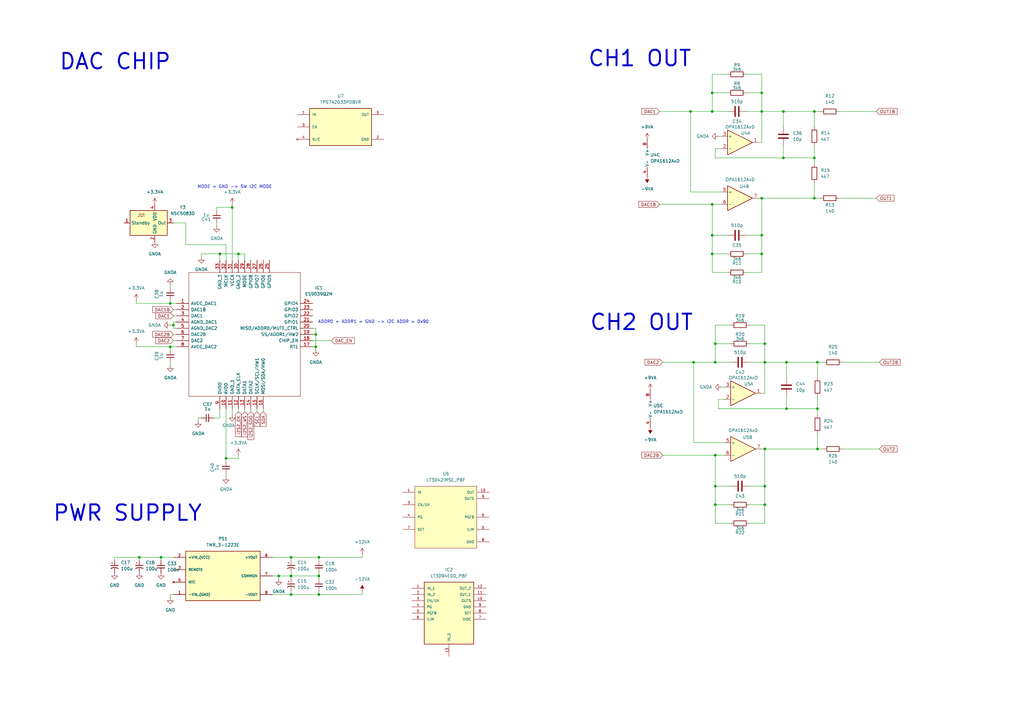
<source format=kicad_sch>
(kicad_sch (version 20250114) (generator "eeschema") (generator_version "9.0")
  (paper "A3")
  (lib_symbols
    (symbol "Amplifier_Operational:OPA1612AxD" (pin_names (offset 0.127))
      (property "Reference" "U" (at 0 5.08 0))
      (property "Value" "OPA1612AxD" (at 0 -5.08 0))
      (symbol "OPA1612AxD_1_1"
        (polyline (pts (xy -5.08 5.08) (xy 5.08 0) (xy -5.08 -5.08) (xy -5.08 5.08)) (stroke (width 0.254)) (fill (type background)))
        (pin input line (at -7.62 2.54 0) (length 2.54) (name "+") (number "3"))
        (pin input line (at -7.62 -2.54 0) (length 2.54) (name "-") (number "2"))
        (pin output line (at 7.62 0 180) (length 2.54) (name "~") (number "1"))
      )
      (symbol "OPA1612AxD_2_1"
        (polyline (pts (xy -5.08 5.08) (xy 5.08 0) (xy -5.08 -5.08) (xy -5.08 5.08)) (stroke (width 0.254)) (fill (type background)))
        (pin input line (at -7.62 2.54 0) (length 2.54) (name "+") (number "5"))
        (pin input line (at -7.62 -2.54 0) (length 2.54) (name "-") (number "6"))
        (pin output line (at 7.62 0 180) (length 2.54) (name "~") (number "7"))
      )
      (symbol "OPA1612AxD_3_1"
        (pin power_in line (at -2.54 7.62 270) (length 3.81) (name "V+") (number "8"))
        (pin power_in line (at -2.54 -7.62 90) (length 3.81) (name "V-") (number "4"))
      )
    )
    (symbol "Device:C" (pin_numbers (hide yes)) (pin_names (offset 0.254))
      (property "Reference" "C" (at 0.635 2.54 0))
      (property "Value" "C" (at 0.635 -2.54 0))
      (symbol "C_0_1"
        (polyline (pts (xy -2.032 0.762) (xy 2.032 0.762)) (stroke (width 0.508)))
        (polyline (pts (xy -2.032 -0.762) (xy 2.032 -0.762)) (stroke (width 0.508)))
      )
      (symbol "C_1_1"
        (pin passive line (at 0 3.81 270) (length 2.794) (name "~") (number "1"))
        (pin passive line (at 0 -3.81 90) (length 2.794) (name "~") (number "2"))
      )
    )
    (symbol "Device:C_Polarized_Small_US" (pin_numbers (hide yes)) (pin_names (offset 0.254) (hide yes))
      (property "Reference" "C" (at 0.254 1.778 0))
      (property "Value" "C_Polarized_Small_US" (at 0.254 -2.032 0))
      (symbol "C_Polarized_Small_US_0_1"
        (polyline (pts (xy -1.524 0.508) (xy 1.524 0.508)) (stroke (width 0.3048)))
        (polyline (pts (xy -1.27 1.524) (xy -0.762 1.524)))
        (polyline (pts (xy -1.016 1.27) (xy -1.016 1.778)))
        (arc (start -1.524 -0.762) (mid 0 -0.3734) (end 1.524 -0.762) (stroke (width 0.3048)))
      )
      (symbol "C_Polarized_Small_US_1_1"
        (pin passive line (at 0 2.54 270) (length 2.032) (name "~") (number "1"))
        (pin passive line (at 0 -2.54 90) (length 2.032) (name "~") (number "2"))
      )
    )
    (symbol "Device:C_Small" (pin_numbers (hide yes)) (pin_names (offset 0.254) (hide yes))
      (property "Reference" "C" (at 0.254 1.778 0))
      (property "Value" "C_Small" (at 0.254 -2.032 0))
      (symbol "C_Small_0_1"
        (polyline (pts (xy -1.524 0.508) (xy 1.524 0.508)) (stroke (width 0.3048)))
        (polyline (pts (xy -1.524 -0.508) (xy 1.524 -0.508)) (stroke (width 0.3302)))
      )
      (symbol "C_Small_1_1"
        (pin passive line (at 0 2.54 270) (length 2.032) (name "~") (number "1"))
        (pin passive line (at 0 -2.54 90) (length 2.032) (name "~") (number "2"))
      )
    )
    (symbol "Device:R" (pin_numbers (hide yes)) (pin_names (offset 0))
      (property "Reference" "R" (at 2.032 0 90))
      (property "Value" "R" (at 0 0 90))
      (symbol "R_0_1"
        (rectangle (start -1.016 -2.54) (end 1.016 2.54) (stroke (width 0.254)))
      )
      (symbol "R_1_1"
        (pin passive line (at 0 3.81 270) (length 1.27) (name "~") (number "1"))
        (pin passive line (at 0 -3.81 90) (length 1.27) (name "~") (number "2"))
      )
    )
    (symbol "ES9039Q2M:ES9039Q2M" (pin_names (offset 0.762))
      (property "Reference" "IC" (at 52.07 17.78 0))
      (property "Value" "ES9039Q2M" (at 52.07 15.24 0))
      (symbol "ES9039Q2M_0_0"
        (pin passive line (at 0 0 0) (length 5.08) (name "AVCC_DAC1") (number "1"))
        (pin passive line (at 0 -2.54 0) (length 5.08) (name "DAC1B") (number "2"))
        (pin passive line (at 0 -5.08 0) (length 5.08) (name "DAC1") (number "3"))
        (pin passive line (at 0 -7.62 0) (length 5.08) (name "AGND_DAC1") (number "4"))
        (pin passive line (at 0 -10.16 0) (length 5.08) (name "AGND_DAC2") (number "5"))
        (pin passive line (at 0 -12.7 0) (length 5.08) (name "DAC2B") (number "6"))
        (pin passive line (at 0 -15.24 0) (length 5.08) (name "DAC2") (number "7"))
        (pin passive line (at 0 -17.78 0) (length 5.08) (name "AVCC_DAC2") (number "8"))
        (pin passive line (at 17.78 17.78 270) (length 5.08) (name "GND_3") (number "33"))
        (pin passive line (at 17.78 -43.18 90) (length 5.08) (name "DVDD") (number "9"))
        (pin passive line (at 20.32 17.78 270) (length 5.08) (name "MCLK") (number "32"))
        (pin passive line (at 20.32 -43.18 90) (length 5.08) (name "AVDD") (number "10"))
        (pin passive line (at 22.86 17.78 270) (length 5.08) (name "VCCA") (number "31"))
        (pin passive line (at 22.86 -43.18 90) (length 5.08) (name "GND_1") (number "11"))
        (pin passive line (at 25.4 17.78 270) (length 5.08) (name "GND_2") (number "30"))
        (pin passive line (at 25.4 -43.18 90) (length 5.08) (name "DATA_CLK") (number "12"))
        (pin passive line (at 27.94 17.78 270) (length 5.08) (name "MODE") (number "29"))
        (pin passive line (at 27.94 -43.18 90) (length 5.08) (name "DATA1") (number "13"))
        (pin passive line (at 30.48 17.78 270) (length 5.08) (name "GPIO8") (number "28"))
        (pin passive line (at 30.48 -43.18 90) (length 5.08) (name "DATA2") (number "14"))
        (pin passive line (at 33.02 17.78 270) (length 5.08) (name "GPIO7") (number "27"))
        (pin passive line (at 33.02 -43.18 90) (length 5.08) (name "SCLK/SCL/HW1") (number "15"))
        (pin passive line (at 35.56 17.78 270) (length 5.08) (name "GPIO6") (number "26"))
        (pin passive line (at 35.56 -43.18 90) (length 5.08) (name "MOSI/SDA/HW0") (number "16"))
        (pin passive line (at 38.1 17.78 270) (length 5.08) (name "GPIO5") (number "25"))
        (pin passive line (at 55.88 0 180) (length 5.08) (name "GPIO4") (number "24"))
        (pin passive line (at 55.88 -2.54 180) (length 5.08) (name "GPIO3") (number "23"))
        (pin passive line (at 55.88 -5.08 180) (length 5.08) (name "GPIO2") (number "22"))
        (pin passive line (at 55.88 -7.62 180) (length 5.08) (name "GPIO1") (number "21"))
        (pin passive line (at 55.88 -10.16 180) (length 5.08) (name "MISO/ADDR0/MUTE_CTRL") (number "20"))
        (pin passive line (at 55.88 -12.7 180) (length 5.08) (name "SS/ADDR1/HW2") (number "19"))
        (pin passive line (at 55.88 -15.24 180) (length 5.08) (name "CHIP_EN") (number "18"))
        (pin passive line (at 55.88 -17.78 180) (length 5.08) (name "RT1") (number "17"))
      )
      (symbol "ES9039Q2M_0_1"
        (polyline (pts (xy 5.08 12.7) (xy 50.8 12.7) (xy 50.8 -38.1) (xy 5.08 -38.1) (xy 5.08 12.7)) (stroke (width 0.1524)))
      )
    )
    (symbol "LT3042IMSE_PBF:LT3042IMSE_PBF" (pin_names (offset 1.016))
      (property "Reference" "U" (at -12.5765 13.4444 0))
      (property "Value" "LT3042IMSE_PBF" (at -12.6795 -15.2534 0))
      (symbol "LT3042IMSE_PBF_0_0"
        (rectangle (start -12.7 -12.7) (end 12.7 12.7) (stroke (width 0.1524)) (fill (type background)))
        (pin input line (at -17.78 10.16 0) (length 5.08) (name "IN") (number "1"))
        (pin input line (at -17.78 10.16 0) (length 5.08) (hide yes) (name "IN") (number "2"))
        (pin input line (at -17.78 5.08 0) (length 5.08) (name "EN/UV") (number "3"))
        (pin output line (at -17.78 0 0) (length 5.08) (name "PG") (number "4"))
        (pin input line (at -17.78 -5.08 0) (length 5.08) (name "SET") (number "7"))
        (pin output line (at 17.78 10.16 180) (length 5.08) (name "OUT") (number "10"))
        (pin output line (at 17.78 7.62 180) (length 5.08) (name "OUTS") (number "9"))
        (pin passive line (at 17.78 0 180) (length 5.08) (name "PGFB") (number "6"))
        (pin passive line (at 17.78 -5.08 180) (length 5.08) (name "ILIM") (number "5"))
        (pin power_in line (at 17.78 -10.16 180) (length 5.08) (hide yes) (name "GND") (number "11"))
        (pin power_in line (at 17.78 -10.16 180) (length 5.08) (name "GND") (number "8"))
      )
    )
    (symbol "LT3094EDD_PBF:LT3094EDD_PBF" (pin_names (offset 1.016))
      (property "Reference" "IC" (at 26.67 7.62 0))
      (property "Value" "LT3094EDD_PBF" (at 26.67 5.08 0))
      (symbol "LT3094EDD_PBF_0_0"
        (rectangle (start 5.08 -22.86) (end 25.4 2.54) (stroke (width 0.254)) (fill (type background)))
        (pin bidirectional line (at 0 0 0) (length 5.08) (name "IN_1") (number "1"))
        (pin bidirectional line (at 0 -2.54 0) (length 5.08) (name "IN_2") (number "2"))
        (pin bidirectional line (at 0 -5.08 0) (length 5.08) (name "EN/UV") (number "3"))
        (pin bidirectional line (at 0 -7.62 0) (length 5.08) (name "PG") (number "4"))
        (pin bidirectional line (at 0 -10.16 0) (length 5.08) (name "PGFB") (number "5"))
        (pin bidirectional line (at 0 -12.7 0) (length 5.08) (name "ILIM") (number "6"))
        (pin bidirectional line (at 15.24 -27.94 90) (length 5.08) (name "IN_3") (number "13"))
        (pin bidirectional line (at 30.48 0 180) (length 5.08) (name "OUT_2") (number "12"))
        (pin bidirectional line (at 30.48 -2.54 180) (length 5.08) (name "OUT_1") (number "11"))
        (pin bidirectional line (at 30.48 -5.08 180) (length 5.08) (name "OUTS") (number "10"))
        (pin bidirectional line (at 30.48 -7.62 180) (length 5.08) (name "GND") (number "9"))
        (pin bidirectional line (at 30.48 -10.16 180) (length 5.08) (name "SET") (number "8"))
        (pin bidirectional line (at 30.48 -12.7 180) (length 5.08) (name "VIOC") (number "7"))
      )
    )
    (symbol "Oscillator:ASDMB-xxxMHz"
      (property "Reference" "Y" (at -6.35 6.35 0))
      (property "Value" "ASDMB-xxxMHz" (at 11.43 6.35 0))
      (symbol "ASDMB-xxxMHz_1_1"
        (rectangle (start -7.62 5.08) (end 7.62 -5.08) (stroke (width 0.254)) (fill (type background)))
        (polyline (pts (xy -4.445 2.54) (xy -3.81 2.54) (xy -3.81 3.81) (xy -3.175 3.81) (xy -3.175 2.54) (xy -2.54 2.54) (xy -2.54 3.81) (xy -1.905 3.81) (xy -1.905 2.54)))
        (pin input line (at -10.16 0 0) (length 2.54) (name "Standby") (number "1"))
        (pin power_in line (at 2.54 7.62 270) (length 2.54) (name "VDD") (number "4"))
        (pin power_in line (at 2.54 -7.62 90) (length 2.54) (name "GND") (number "2"))
        (pin output line (at 10.16 0 180) (length 2.54) (name "Out") (number "3"))
      )
    )
    (symbol "TMR_3-1223E:TMR_3-1223E" (pin_names (offset 1.016))
      (property "Reference" "PS" (at -15.24 10.922 0))
      (property "Value" "TMR_3-1223E" (at -15.24 -12.7 0))
      (symbol "TMR_3-1223E_0_0"
        (rectangle (start -15.24 -10.16) (end 15.24 10.16) (stroke (width 0.254)) (fill (type background)))
        (pin input line (at -20.32 7.62 0) (length 5.08) (name "+VIN_(VCC)") (number "2"))
        (pin passive line (at -20.32 2.54 0) (length 5.08) (name "REMOTE") (number "3"))
        (pin no_connect line (at -20.32 -2.54 0) (length 5.08) (name "NTC") (number "5"))
        (pin input line (at -20.32 -7.62 0) (length 5.08) (name "-VIN_(GND)") (number "1"))
        (pin output line (at 20.32 7.62 180) (length 5.08) (name "+VOUT") (number "6"))
        (pin passive line (at 20.32 0 180) (length 5.08) (name "COMMON") (number "7"))
        (pin output line (at 20.32 -7.62 180) (length 5.08) (name "-VOUT") (number "8"))
      )
    )
    (symbol "TPS7A2033PDBVR:TPS7A2033PDBVR" (pin_names (offset 1.016))
      (property "Reference" "U" (at -12.7 8.382 0))
      (property "Value" "TPS7A2033PDBVR" (at -12.7 -10.16 0))
      (symbol "TPS7A2033PDBVR_0_0"
        (rectangle (start -12.7 -7.62) (end 12.7 7.62) (stroke (width 0.254)) (fill (type background)))
        (pin input line (at -17.78 5.08 0) (length 5.08) (name "IN") (number "1"))
        (pin input line (at -17.78 0 0) (length 5.08) (name "EN") (number "3"))
        (pin no_connect line (at -17.78 -5.08 0) (length 5.08) (name "N/C") (number "4"))
        (pin output line (at 17.78 5.08 180) (length 5.08) (name "OUT") (number "5"))
        (pin power_in line (at 17.78 -5.08 180) (length 5.08) (name "GND") (number "2"))
      )
    )
    (symbol "power:+12VA" (power) (pin_numbers (hide yes)) (pin_names (offset 0) (hide yes))
      (property "Value" "+12VA" (at 0 3.556 0))
      (symbol "+12VA_0_1"
        (polyline (pts (xy -0.762 1.27) (xy 0 2.54)))
        (polyline (pts (xy 0 2.54) (xy 0.762 1.27)))
        (polyline (pts (xy 0 0) (xy 0 2.54)))
      )
      (symbol "+12VA_1_1"
        (pin power_in line (at 0 0 90) (length 0) (name "~") (number "1"))
      )
    )
    (symbol "power:+3.3VA" (power) (pin_numbers (hide yes)) (pin_names (offset 0) (hide yes))
      (property "Value" "+3.3VA" (at 0 3.556 0))
      (symbol "+3.3VA_0_1"
        (polyline (pts (xy -0.762 1.27) (xy 0 2.54)))
        (polyline (pts (xy 0 2.54) (xy 0.762 1.27)))
        (polyline (pts (xy 0 0) (xy 0 2.54)))
      )
      (symbol "+3.3VA_1_1"
        (pin power_in line (at 0 0 90) (length 0) (name "~") (number "1"))
      )
    )
    (symbol "power:+9VA" (power) (pin_numbers (hide yes)) (pin_names (offset 0) (hide yes))
      (property "Value" "+9VA" (at 0 3.556 0))
      (symbol "+9VA_0_1"
        (polyline (pts (xy -0.762 1.27) (xy 0 2.54)))
        (polyline (pts (xy 0 2.54) (xy 0.762 1.27)))
        (polyline (pts (xy 0 0) (xy 0 2.54)))
      )
      (symbol "+9VA_1_1"
        (pin power_in line (at 0 0 90) (length 0) (name "~") (number "1"))
      )
    )
    (symbol "power:-12VA" (power) (pin_numbers (hide yes)) (pin_names (offset 0) (hide yes))
      (property "Value" "-12VA" (at 0 3.556 0))
      (symbol "-12VA_0_0"
        (pin power_in line (at 0 0 90) (length 0) (name "~") (number "1"))
      )
      (symbol "-12VA_0_1"
        (polyline (pts (xy 0 0) (xy 0 1.27) (xy 0.762 1.27) (xy 0 2.54) (xy -0.762 1.27) (xy 0 1.27)) (fill (type outline)))
      )
    )
    (symbol "power:-9VA" (power) (pin_numbers (hide yes)) (pin_names (offset 0) (hide yes))
      (property "Value" "-9VA" (at 0 3.556 0))
      (symbol "-9VA_0_1"
        (polyline (pts (xy 0 0) (xy 0 2.54)))
        (polyline (pts (xy 0.762 1.27) (xy -0.762 1.27) (xy 0 2.54) (xy 0.762 1.27)) (fill (type outline)))
      )
      (symbol "-9VA_1_1"
        (pin power_in line (at 0 0 90) (length 0) (name "~") (number "1"))
      )
    )
    (symbol "power:GND" (power) (pin_numbers (hide yes)) (pin_names (offset 0) (hide yes))
      (property "Value" "GND" (at 0 -3.81 0))
      (symbol "GND_0_1"
        (polyline (pts (xy 0 0) (xy 0 -1.27) (xy 1.27 -1.27) (xy 0 -2.54) (xy -1.27 -1.27) (xy 0 -1.27)))
      )
      (symbol "GND_1_1"
        (pin power_in line (at 0 0 270) (length 0) (name "~") (number "1"))
      )
    )
    (symbol "power:GNDA" (power) (pin_numbers (hide yes)) (pin_names (offset 0) (hide yes))
      (property "Value" "GNDA" (at 0 -3.81 0))
      (symbol "GNDA_0_1"
        (polyline (pts (xy 0 0) (xy 0 -1.27) (xy 1.27 -1.27) (xy 0 -2.54) (xy -1.27 -1.27) (xy 0 -1.27)))
      )
      (symbol "GNDA_1_1"
        (pin power_in line (at 0 0 270) (length 0) (name "~") (number "1"))
      )
    )
  )
  (text "CH1 OUT\n" (at 262.382 24.13 0) (effects (font (size 6.35 6.35) (thickness 0.7938))))
  (text "CH2 OUT\n" (at 263.144 132.334 0) (effects (font (size 6.35 6.35) (thickness 0.7938))))
  (text "DAC CHIP\n" (at 47.244 25.4 0) (effects (font (size 6.35 6.35) (thickness 0.7938))))
  (text "TODO:\n- LDO for +-9VA\n- LDO for OSC + DAC chip\n- Pullups for I2C" (at 6.096 329.692 0) (effects (font (size 5.08 5.08)) (justify left)))
  (text "PWR SUPPLY\n" (at 52.324 210.566 0) (effects (font (size 6.35 6.35) (thickness 0.7938))))
  (text "ADDR0 = ADDR1 = GND -> I2C ADDR = 0x90" (at 153.162 132.08 0) (effects (font (size 1.27 1.27))))
  (text "MODE = GND -> SW I2C MODE" (at 96.266 76.708 0) (effects (font (size 1.27 1.27))))
  (junction (at 321.31 64.77))
  (junction (at 313.69 207.01))
  (junction (at 69.85 124.46))
  (junction (at 293.37 140.97))
  (junction (at 92.71 187.96))
  (junction (at 57.15 228.6))
  (junction (at 293.37 148.59))
  (junction (at 90.17 104.14))
  (junction (at 66.04 228.6))
  (junction (at 283.21 45.72))
  (junction (at 313.69 199.39))
  (junction (at 312.42 45.72))
  (junction (at 130.81 236.22))
  (junction (at 130.81 228.6))
  (junction (at 119.38 236.22))
  (junction (at 129.54 137.16))
  (junction (at 334.01 45.72))
  (junction (at 293.37 207.01))
  (junction (at 97.79 104.14))
  (junction (at 95.25 85.09))
  (junction (at 322.58 167.64))
  (junction (at 293.37 199.39))
  (junction (at 292.1 38.1))
  (junction (at 293.37 186.69))
  (junction (at 335.28 167.64))
  (junction (at 130.81 243.84))
  (junction (at 335.28 148.59))
  (junction (at 119.38 228.6))
  (junction (at 292.1 104.14))
  (junction (at 312.42 96.52))
  (junction (at 334.01 64.77))
  (junction (at 313.69 140.97))
  (junction (at 335.28 184.15))
  (junction (at 71.12 133.35))
  (junction (at 292.1 96.52))
  (junction (at 334.01 81.28))
  (junction (at 313.69 184.15))
  (junction (at 129.54 142.24))
  (junction (at 312.42 104.14))
  (junction (at 292.1 45.72))
  (junction (at 313.69 148.59))
  (junction (at 114.3 236.22))
  (junction (at 284.48 148.59))
  (junction (at 321.31 45.72))
  (junction (at 312.42 38.1))
  (junction (at 292.1 83.82))
  (junction (at 322.58 148.59))
  (junction (at 69.85 142.24))
  (junction (at 119.38 243.84))
  (junction (at 312.42 81.28))
  (wire (pts (xy 307.34 140.97) (xy 313.69 140.97)))
  (wire (pts (xy 306.07 111.76) (xy 312.42 111.76)))
  (wire (pts (xy 114.3 237.49) (xy 114.3 236.22)))
  (wire (pts (xy 129.54 134.62) (xy 129.54 137.16)))
  (wire (pts (xy 95.25 83.82) (xy 95.25 85.09)))
  (wire (pts (xy 130.81 242.57) (xy 130.81 243.84)))
  (wire (pts (xy 295.91 158.75) (xy 297.18 158.75)))
  (wire (pts (xy 88.9 85.09) (xy 95.25 85.09)))
  (wire (pts (xy 128.27 137.16) (xy 129.54 137.16)))
  (wire (pts (xy 271.78 186.69) (xy 293.37 186.69)))
  (wire (pts (xy 57.15 228.6) (xy 46.99 228.6)))
  (wire (pts (xy 335.28 184.15) (xy 337.82 184.15)))
  (wire (pts (xy 119.38 236.22) (xy 119.38 237.49)))
  (wire (pts (xy 334.01 59.69) (xy 334.01 64.77)))
  (wire (pts (xy 299.72 133.35) (xy 293.37 133.35)))
  (wire (pts (xy 335.28 148.59) (xy 335.28 154.94)))
  (wire (pts (xy 66.04 228.6) (xy 71.12 228.6)))
  (wire (pts (xy 129.54 143.51) (xy 129.54 142.24)))
  (wire (pts (xy 311.15 81.28) (xy 312.42 81.28)))
  (wire (pts (xy 313.69 199.39) (xy 307.34 199.39)))
  (wire (pts (xy 71.12 129.54) (xy 72.39 129.54)))
  (wire (pts (xy 307.34 207.01) (xy 313.69 207.01)))
  (wire (pts (xy 119.38 234.95) (xy 119.38 236.22)))
  (wire (pts (xy 312.42 104.14) (xy 312.42 96.52)))
  (wire (pts (xy 292.1 30.48) (xy 292.1 38.1)))
  (wire (pts (xy 71.12 132.08) (xy 71.12 133.35)))
  (wire (pts (xy 71.12 133.35) (xy 69.85 133.35)))
  (wire (pts (xy 313.69 148.59) (xy 322.58 148.59)))
  (wire (pts (xy 130.81 234.95) (xy 130.81 236.22)))
  (wire (pts (xy 335.28 167.64) (xy 335.28 170.18)))
  (wire (pts (xy 294.64 55.88) (xy 295.91 55.88)))
  (wire (pts (xy 293.37 186.69) (xy 293.37 199.39)))
  (wire (pts (xy 71.12 139.7) (xy 72.39 139.7)))
  (wire (pts (xy 292.1 83.82) (xy 292.1 96.52)))
  (wire (pts (xy 128.27 139.7) (xy 135.89 139.7)))
  (wire (pts (xy 299.72 214.63) (xy 293.37 214.63)))
  (wire (pts (xy 294.64 163.83) (xy 294.64 167.64)))
  (wire (pts (xy 114.3 236.22) (xy 111.76 236.22)))
  (wire (pts (xy 313.69 184.15) (xy 313.69 199.39)))
  (wire (pts (xy 321.31 45.72) (xy 321.31 52.07)))
  (wire (pts (xy 312.42 45.72) (xy 312.42 38.1)))
  (wire (pts (xy 292.1 96.52) (xy 298.45 96.52)))
  (wire (pts (xy 87.63 171.45) (xy 90.17 171.45)))
  (wire (pts (xy 335.28 148.59) (xy 337.82 148.59)))
  (wire (pts (xy 297.18 181.61) (xy 284.48 181.61)))
  (wire (pts (xy 295.91 78.74) (xy 283.21 78.74)))
  (wire (pts (xy 76.2 91.44) (xy 76.2 100.33)))
  (wire (pts (xy 69.85 123.19) (xy 69.85 124.46)))
  (wire (pts (xy 306.07 45.72) (xy 312.42 45.72)))
  (wire (pts (xy 321.31 45.72) (xy 334.01 45.72)))
  (wire (pts (xy 306.07 38.1) (xy 312.42 38.1)))
  (wire (pts (xy 72.39 132.08) (xy 71.12 132.08)))
  (wire (pts (xy 359.41 81.28) (xy 344.17 81.28)))
  (wire (pts (xy 283.21 78.74) (xy 283.21 45.72)))
  (wire (pts (xy 312.42 81.28) (xy 334.01 81.28)))
  (wire (pts (xy 335.28 177.8) (xy 335.28 184.15)))
  (wire (pts (xy 298.45 30.48) (xy 292.1 30.48)))
  (wire (pts (xy 57.15 228.6) (xy 66.04 228.6)))
  (wire (pts (xy 119.38 236.22) (xy 130.81 236.22)))
  (wire (pts (xy 92.71 100.33) (xy 92.71 106.68)))
  (wire (pts (xy 293.37 133.35) (xy 293.37 140.97)))
  (wire (pts (xy 111.76 228.6) (xy 119.38 228.6)))
  (wire (pts (xy 360.68 184.15) (xy 345.44 184.15)))
  (wire (pts (xy 322.58 162.56) (xy 322.58 167.64)))
  (wire (pts (xy 69.85 243.84) (xy 69.85 245.11)))
  (wire (pts (xy 92.71 195.58) (xy 92.71 194.31)))
  (wire (pts (xy 292.1 104.14) (xy 292.1 111.76)))
  (wire (pts (xy 307.34 148.59) (xy 313.69 148.59)))
  (wire (pts (xy 130.81 228.6) (xy 130.81 229.87)))
  (wire (pts (xy 298.45 111.76) (xy 292.1 111.76)))
  (wire (pts (xy 55.88 123.19) (xy 55.88 124.46)))
  (wire (pts (xy 119.38 243.84) (xy 111.76 243.84)))
  (wire (pts (xy 293.37 148.59) (xy 299.72 148.59)))
  (wire (pts (xy 148.59 243.84) (xy 148.59 242.57)))
  (wire (pts (xy 313.69 207.01) (xy 313.69 199.39)))
  (wire (pts (xy 334.01 45.72) (xy 336.55 45.72)))
  (wire (pts (xy 100.33 168.91) (xy 100.33 167.64)))
  (wire (pts (xy 271.78 148.59) (xy 284.48 148.59)))
  (wire (pts (xy 313.69 148.59) (xy 313.69 140.97)))
  (wire (pts (xy 312.42 161.29) (xy 313.69 161.29)))
  (wire (pts (xy 92.71 187.96) (xy 97.79 187.96)))
  (wire (pts (xy 293.37 207.01) (xy 293.37 214.63)))
  (wire (pts (xy 293.37 186.69) (xy 297.18 186.69)))
  (wire (pts (xy 312.42 38.1) (xy 312.42 30.48)))
  (wire (pts (xy 71.12 127) (xy 72.39 127)))
  (wire (pts (xy 128.27 134.62) (xy 129.54 134.62)))
  (wire (pts (xy 69.85 142.24) (xy 69.85 143.51)))
  (wire (pts (xy 313.69 140.97) (xy 313.69 133.35)))
  (wire (pts (xy 148.59 243.84) (xy 130.81 243.84)))
  (wire (pts (xy 311.15 58.42) (xy 312.42 58.42)))
  (wire (pts (xy 71.12 133.35) (xy 71.12 134.62)))
  (wire (pts (xy 270.51 83.82) (xy 292.1 83.82)))
  (wire (pts (xy 130.81 236.22) (xy 130.81 237.49)))
  (wire (pts (xy 129.54 137.16) (xy 129.54 142.24)))
  (wire (pts (xy 130.81 243.84) (xy 119.38 243.84)))
  (wire (pts (xy 97.79 187.96) (xy 97.79 186.69)))
  (wire (pts (xy 292.1 83.82) (xy 295.91 83.82)))
  (wire (pts (xy 292.1 38.1) (xy 292.1 45.72)))
  (wire (pts (xy 71.12 243.84) (xy 69.85 243.84)))
  (wire (pts (xy 312.42 45.72) (xy 312.42 58.42)))
  (wire (pts (xy 312.42 96.52) (xy 306.07 96.52)))
  (wire (pts (xy 312.42 81.28) (xy 312.42 96.52)))
  (wire (pts (xy 55.88 124.46) (xy 69.85 124.46)))
  (wire (pts (xy 284.48 148.59) (xy 293.37 148.59)))
  (wire (pts (xy 72.39 134.62) (xy 71.12 134.62)))
  (wire (pts (xy 71.12 137.16) (xy 72.39 137.16)))
  (wire (pts (xy 313.69 184.15) (xy 335.28 184.15)))
  (wire (pts (xy 114.3 236.22) (xy 119.38 236.22)))
  (wire (pts (xy 321.31 64.77) (xy 334.01 64.77)))
  (wire (pts (xy 55.88 140.97) (xy 55.88 142.24)))
  (wire (pts (xy 76.2 100.33) (xy 92.71 100.33)))
  (wire (pts (xy 292.1 45.72) (xy 298.45 45.72)))
  (wire (pts (xy 97.79 104.14) (xy 90.17 104.14)))
  (wire (pts (xy 335.28 162.56) (xy 335.28 167.64)))
  (wire (pts (xy 294.64 167.64) (xy 322.58 167.64)))
  (wire (pts (xy 97.79 168.91) (xy 97.79 167.64)))
  (wire (pts (xy 293.37 64.77) (xy 321.31 64.77)))
  (wire (pts (xy 102.87 168.91) (xy 102.87 167.64)))
  (wire (pts (xy 294.64 163.83) (xy 297.18 163.83)))
  (wire (pts (xy 299.72 207.01) (xy 293.37 207.01)))
  (wire (pts (xy 100.33 104.14) (xy 97.79 104.14)))
  (wire (pts (xy 95.25 167.64) (xy 95.25 170.18)))
  (wire (pts (xy 322.58 148.59) (xy 322.58 154.94)))
  (wire (pts (xy 313.69 133.35) (xy 307.34 133.35)))
  (wire (pts (xy 322.58 167.64) (xy 335.28 167.64)))
  (wire (pts (xy 312.42 184.15) (xy 313.69 184.15)))
  (wire (pts (xy 293.37 140.97) (xy 293.37 148.59)))
  (wire (pts (xy 313.69 214.63) (xy 313.69 207.01)))
  (wire (pts (xy 82.55 171.45) (xy 81.28 171.45)))
  (wire (pts (xy 72.39 142.24) (xy 69.85 142.24)))
  (wire (pts (xy 88.9 92.71) (xy 88.9 91.44)))
  (wire (pts (xy 293.37 207.01) (xy 293.37 199.39)))
  (wire (pts (xy 148.59 228.6) (xy 148.59 227.33)))
  (wire (pts (xy 46.99 228.6) (xy 46.99 229.87)))
  (wire (pts (xy 334.01 81.28) (xy 336.55 81.28)))
  (wire (pts (xy 321.31 59.69) (xy 321.31 64.77)))
  (wire (pts (xy 322.58 148.59) (xy 335.28 148.59)))
  (wire (pts (xy 312.42 30.48) (xy 306.07 30.48)))
  (wire (pts (xy 292.1 104.14) (xy 292.1 96.52)))
  (wire (pts (xy 313.69 148.59) (xy 313.69 161.29)))
  (wire (pts (xy 344.17 45.72) (xy 359.41 45.72)))
  (wire (pts (xy 97.79 106.68) (xy 97.79 104.14)))
  (wire (pts (xy 90.17 171.45) (xy 90.17 167.64)))
  (wire (pts (xy 334.01 64.77) (xy 334.01 67.31)))
  (wire (pts (xy 292.1 38.1) (xy 298.45 38.1)))
  (wire (pts (xy 107.95 168.91) (xy 107.95 167.64)))
  (wire (pts (xy 55.88 142.24) (xy 69.85 142.24)))
  (wire (pts (xy 307.34 214.63) (xy 313.69 214.63)))
  (wire (pts (xy 88.9 86.36) (xy 88.9 85.09)))
  (wire (pts (xy 293.37 199.39) (xy 299.72 199.39)))
  (wire (pts (xy 119.38 229.87) (xy 119.38 228.6)))
  (wire (pts (xy 334.01 74.93) (xy 334.01 81.28)))
  (wire (pts (xy 105.41 168.91) (xy 105.41 167.64)))
  (wire (pts (xy 293.37 60.96) (xy 295.91 60.96)))
  (wire (pts (xy 298.45 104.14) (xy 292.1 104.14)))
  (wire (pts (xy 90.17 104.14) (xy 90.17 106.68)))
  (wire (pts (xy 129.54 142.24) (xy 128.27 142.24)))
  (wire (pts (xy 92.71 187.96) (xy 92.71 189.23)))
  (wire (pts (xy 100.33 106.68) (xy 100.33 104.14)))
  (wire (pts (xy 130.81 228.6) (xy 148.59 228.6)))
  (wire (pts (xy 270.51 45.72) (xy 283.21 45.72)))
  (wire (pts (xy 312.42 111.76) (xy 312.42 104.14)))
  (wire (pts (xy 92.71 167.64) (xy 92.71 187.96)))
  (wire (pts (xy 293.37 60.96) (xy 293.37 64.77)))
  (wire (pts (xy 82.55 104.14) (xy 90.17 104.14)))
  (wire (pts (xy 71.12 91.44) (xy 76.2 91.44)))
  (wire (pts (xy 284.48 181.61) (xy 284.48 148.59)))
  (wire (pts (xy 95.25 85.09) (xy 95.25 106.68)))
  (wire (pts (xy 283.21 45.72) (xy 292.1 45.72)))
  (wire (pts (xy 81.28 171.45) (xy 81.28 172.72)))
  (wire (pts (xy 293.37 140.97) (xy 299.72 140.97)))
  (wire (pts (xy 334.01 45.72) (xy 334.01 52.07)))
  (wire (pts (xy 57.15 228.6) (xy 57.15 229.87)))
  (wire (pts (xy 69.85 149.86) (xy 69.85 148.59)))
  (wire (pts (xy 312.42 45.72) (xy 321.31 45.72)))
  (wire (pts (xy 69.85 116.84) (xy 69.85 118.11)))
  (wire (pts (xy 345.44 148.59) (xy 360.68 148.59)))
  (wire (pts (xy 306.07 104.14) (xy 312.42 104.14)))
  (wire (pts (xy 119.38 228.6) (xy 130.81 228.6)))
  (wire (pts (xy 69.85 124.46) (xy 72.39 124.46)))
  (wire (pts (xy 66.04 228.6) (xy 66.04 229.87)))
  (wire (pts (xy 82.55 105.41) (xy 82.55 104.14)))
  (wire (pts (xy 119.38 242.57) (xy 119.38 243.84)))
  (global_label "OUT2" (shape input) (at 360.68 184.15 0) (property "Intersheetrefs" "${INTERSHEET_REFS}" (effects (hide yes))))
  (global_label "DAC1" (shape input) (at 270.51 45.72 180) (property "Intersheetrefs" "${INTERSHEET_REFS}" (effects (hide yes))))
  (global_label "OUT2B" (shape input) (at 360.68 148.59 0) (property "Intersheetrefs" "${INTERSHEET_REFS}" (effects (hide yes))))
  (global_label "I2S2_CK" (shape input) (at 97.79 168.91 270) (property "Intersheetrefs" "${INTERSHEET_REFS}" (effects (hide yes))))
  (global_label "OUT1" (shape input) (at 359.41 81.28 0) (property "Intersheetrefs" "${INTERSHEET_REFS}" (effects (hide yes))))
  (global_label "OUT1B" (shape input) (at 359.41 45.72 0) (property "Intersheetrefs" "${INTERSHEET_REFS}" (effects (hide yes))))
  (global_label "DAC2B" (shape input) (at 271.78 186.69 180) (property "Intersheetrefs" "${INTERSHEET_REFS}" (effects (hide yes))))
  (global_label "I2S2_WS" (shape input) (at 100.33 168.91 270) (property "Intersheetrefs" "${INTERSHEET_REFS}" (effects (hide yes))))
  (global_label "DAC1B" (shape input) (at 270.51 83.82 180) (property "Intersheetrefs" "${INTERSHEET_REFS}" (effects (hide yes))))
  (global_label "DAC2" (shape input) (at 71.12 139.7 180) (property "Intersheetrefs" "${INTERSHEET_REFS}" (effects (hide yes))))
  (global_label "DAC2" (shape input) (at 271.78 148.59 180) (property "Intersheetrefs" "${INTERSHEET_REFS}" (effects (hide yes))))
  (global_label "DAC_EN" (shape input) (at 135.89 139.7 0) (property "Intersheetrefs" "${INTERSHEET_REFS}" (effects (hide yes))))
  (global_label "DAC1B" (shape input) (at 71.12 127 180) (property "Intersheetrefs" "${INTERSHEET_REFS}" (effects (hide yes))))
  (global_label "DAC1" (shape input) (at 71.12 129.54 180) (property "Intersheetrefs" "${INTERSHEET_REFS}" (effects (hide yes))))
  (global_label "SDA" (shape input) (at 107.95 168.91 270) (property "Intersheetrefs" "${INTERSHEET_REFS}" (effects (hide yes))))
  (global_label "I2S2_SDO" (shape input) (at 102.87 168.91 270) (property "Intersheetrefs" "${INTERSHEET_REFS}" (effects (hide yes))))
  (global_label "DAC2B" (shape input) (at 71.12 137.16 180) (property "Intersheetrefs" "${INTERSHEET_REFS}" (effects (hide yes))))
  (global_label "SCL" (shape input) (at 105.41 168.91 270) (property "Intersheetrefs" "${INTERSHEET_REFS}" (effects (hide yes))))
  (symbol (lib_id "Device:R") (at 302.26 104.14 270) (unit 1)
    (property "Reference" "R11" (at 302.26 107.95 90))
    (property "Value" "3k6" (at 302.26 106.172 90))
    (property "Footprint" "Resistor_SMD:R_0603_1608Metric" (effects (hide yes)))
    (property "Description" "Resistor" (effects (hide yes)))
  )
  (symbol (lib_id "Device:C") (at 321.31 55.88 0) (unit 1)
    (property "Reference" "C36" (at 325.12 54.6099 0) (effects (justify left)))
    (property "Value" "10p" (at 325.12 57.1499 0) (effects (justify left)))
    (property "Footprint" "Capacitor_SMD:C_0603_1608Metric" (effects (hide yes)))
    (property "Description" "Unpolarized capacitor" (effects (hide yes)))
  )
  (symbol (lib_id "power:+3.3VA") (at 55.88 123.19 0) (unit 1)
    (property "Reference" "#PWR054" (effects (hide yes)))
    (property "Value" "+3.3VA" (at 55.88 118.11 0))
    (property "Description" "Power symbol creates a global label with name \"+3.3VA\"" (effects (hide yes)))
  )
  (symbol (lib_id "Device:C_Polarized_Small_US") (at 119.38 232.41 0) (unit 1)
    (property "Reference" "C14" (at 121.92 230.7081 0) (effects (justify left)))
    (property "Value" "100u" (at 121.92 233.2481 0) (effects (justify left)))
    (property "Footprint" "Capacitor_SMD:CP_Elec_4x4.5" (effects (hide yes)))
    (property "Description" "Polarized capacitor, small US symbol" (effects (hide yes)))
  )
  (symbol (lib_id "Device:R") (at 341.63 148.59 90) (unit 1)
    (property "Reference" "R25" (at 341.63 142.24 90))
    (property "Value" "140" (at 341.63 144.78 90))
    (property "Footprint" "Resistor_SMD:R_0603_1608Metric" (effects (hide yes)))
    (property "Description" "Resistor" (effects (hide yes)))
  )
  (symbol (lib_id "power:-9VA") (at 265.43 72.39 180) (unit 1)
    (property "Reference" "#PWR040" (effects (hide yes)))
    (property "Value" "-9VA" (at 265.43 77.47 0))
    (property "Description" "Power symbol creates a global label with name \"-9VA\"" (effects (hide yes)))
  )
  (symbol (lib_id "power:+3.3VA") (at 63.5 83.82 0) (unit 1)
    (property "Reference" "#PWR058" (effects (hide yes)))
    (property "Value" "+3.3VA" (at 63.5 78.74 0))
    (property "Description" "Power symbol creates a global label with name \"+3.3VA\"" (effects (hide yes)))
  )
  (symbol (lib_id "power:+9VA") (at 265.43 57.15 0) (unit 1)
    (property "Reference" "#PWR039" (effects (hide yes)))
    (property "Value" "+9VA" (at 265.43 52.07 0))
    (property "Description" "Power symbol creates a global label with name \"+9VA\"" (effects (hide yes)))
  )
  (symbol (lib_id "power:GNDA") (at 63.5 99.06 0) (unit 1)
    (property "Reference" "#PWR057" (effects (hide yes)))
    (property "Value" "GNDA" (at 63.5 104.14 0))
    (property "Description" "Power symbol creates a global label with name \"GNDA\" , analog ground" (effects (hide yes)))
  )
  (symbol (lib_id "Device:C_Small") (at 130.81 232.41 0) (unit 1)
    (property "Reference" "C18" (at 133.35 231.1462 0) (effects (justify left)))
    (property "Value" "100n" (at 133.35 233.6862 0) (effects (justify left)))
    (property "Footprint" "Capacitor_SMD:C_0603_1608Metric" (effects (hide yes)))
    (property "Description" "Unpolarized capacitor, small symbol" (effects (hide yes)))
  )
  (symbol (lib_id "Device:C_Small") (at 130.81 240.03 0) (unit 1)
    (property "Reference" "C32" (at 133.35 238.7662 0) (effects (justify left)))
    (property "Value" "100n" (at 133.35 241.3062 0) (effects (justify left)))
    (property "Footprint" "Capacitor_SMD:C_0603_1608Metric" (effects (hide yes)))
    (property "Description" "Unpolarized capacitor, small symbol" (effects (hide yes)))
  )
  (symbol (lib_id "Device:R") (at 340.36 81.28 90) (unit 1)
    (property "Reference" "R13" (at 340.36 84.074 90))
    (property "Value" "140" (at 340.36 86.614 90))
    (property "Footprint" "Resistor_SMD:R_0603_1608Metric" (effects (hide yes)))
    (property "Description" "Resistor" (effects (hide yes)))
  )
  (symbol (lib_id "Device:C_Polarized_Small_US") (at 57.15 232.41 0) (unit 1)
    (property "Reference" "C16" (at 59.69 230.7081 0) (effects (justify left)))
    (property "Value" "100u" (at 59.69 233.2481 0) (effects (justify left)))
    (property "Footprint" "Capacitor_SMD:CP_Elec_4x4.5" (effects (hide yes)))
    (property "Description" "Polarized capacitor, small US symbol" (effects (hide yes)))
  )
  (symbol (lib_id "power:-9VA") (at 266.7 175.26 180) (unit 1)
    (property "Reference" "#PWR041" (effects (hide yes)))
    (property "Value" "-9VA" (at 266.7 180.34 0))
    (property "Description" "Power symbol creates a global label with name \"-9VA\"" (effects (hide yes)))
  )
  (symbol (lib_id "power:GNDA") (at 114.3 237.49 0) (unit 1)
    (property "Reference" "#PWR030" (effects (hide yes)))
    (property "Value" "GNDA" (at 114.3 242.57 0))
    (property "Description" "Power symbol creates a global label with name \"GNDA\" , analog ground" (effects (hide yes)))
  )
  (symbol (lib_id "LT3042IMSE_PBF:LT3042IMSE_PBF") (at 182.88 212.09 0) (unit 1)
    (property "Reference" "U6" (at 182.88 194.31 0))
    (property "Value" "LT3042IMSE_PBF" (at 182.88 196.85 0))
    (property "Footprint" "LT3042IMSE_PBF:SOP50P490X110-11N" (effects (hide yes)))
    (property "MF" "Analog Devices" (effects (hide yes)))
    (property "Description_1" "Linear Voltage Regulator IC Positive Adjustable 1 Output  200mA 10-MSOP-EP" (effects (hide yes)))
    (property "Package" "MSOP-10 Linear Technology" (effects (hide yes)))
    (property "Price" "None" (effects (hide yes)))
    (property "STANDARD" "IPC-7351B" (effects (hide yes)))
    (property "PARTREV" "B" (effects (hide yes)))
    (property "SnapEDA_Link" "https://www.snapeda.com/parts/LT3042IMSE%23PBF/Analog+Devices/view-part/?ref=snap" (effects (hide yes)))
    (property "MP" "LT3042IMSE#PBF" (effects (hide yes)))
    (property "Purchase-URL" "https://www.snapeda.com/api/url_track_click_mouser/?unipart_id=270924&manufacturer=Analog Devices&part_name=LT3042IMSE#PBF&search_term=lt3042" (effects (hide yes)))
    (property "Availability" "In Stock" (effects (hide yes)))
    (property "Check_prices" "https://www.snapeda.com/parts/LT3042IMSE%23PBF/Analog+Devices/view-part/?ref=eda" (effects (hide yes)))
  )
  (symbol (lib_id "power:-12VA") (at 148.59 242.57 0) (unit 1)
    (property "Reference" "#PWR032" (effects (hide yes)))
    (property "Value" "-12VA" (at 148.59 237.49 0))
    (property "Description" "Power symbol creates a global label with name \"-12VA\"" (effects (hide yes)))
  )
  (symbol (lib_id "power:GND") (at 46.99 234.95 0) (unit 1)
    (property "Reference" "#PWR035" (effects (hide yes)))
    (property "Value" "GND" (at 46.99 240.03 0))
    (property "Description" "Power symbol creates a global label with name \"GND\" , ground" (effects (hide yes)))
  )
  (symbol (lib_id "Device:R") (at 334.01 71.12 180) (unit 1)
    (property "Reference" "R15" (at 336.55 69.8499 0) (effects (justify right)))
    (property "Value" "4k7" (at 336.55 72.3899 0) (effects (justify right)))
    (property "Footprint" "Resistor_SMD:R_0603_1608Metric" (effects (hide yes)))
    (property "Description" "Resistor" (effects (hide yes)))
  )
  (symbol (lib_id "power:+3.3VA") (at 95.25 83.82 0) (unit 1)
    (property "Reference" "#PWR055" (effects (hide yes)))
    (property "Value" "+3.3VA" (at 95.25 78.74 0))
    (property "Description" "Power symbol creates a global label with name \"+3.3VA\"" (effects (hide yes)))
  )
  (symbol (lib_id "power:GNDA") (at 95.25 170.18 0) (unit 1)
    (property "Reference" "#PWR046" (effects (hide yes)))
    (property "Value" "GNDA" (at 93.726 174.498 0))
    (property "Description" "Power symbol creates a global label with name \"GNDA\" , analog ground" (effects (hide yes)))
  )
  (symbol (lib_id "Device:R") (at 302.26 111.76 270) (unit 1)
    (property "Reference" "R10" (at 302.26 115.57 90))
    (property "Value" "3k6" (at 302.26 113.792 90))
    (property "Footprint" "Resistor_SMD:R_0603_1608Metric" (effects (hide yes)))
    (property "Description" "Resistor" (effects (hide yes)))
  )
  (symbol (lib_id "power:GNDA") (at 294.64 55.88 270) (unit 1)
    (property "Reference" "#PWR042" (effects (hide yes)))
    (property "Value" "GNDA" (at 290.83 55.8799 90) (effects (justify right)))
    (property "Description" "Power symbol creates a global label with name \"GNDA\" , analog ground" (effects (hide yes)))
  )
  (symbol (lib_id "Device:C") (at 322.58 158.75 0) (unit 1)
    (property "Reference" "C44" (at 326.39 157.4799 0) (effects (justify left)))
    (property "Value" "10p" (at 326.39 160.0199 0) (effects (justify left)))
    (property "Footprint" "Capacitor_SMD:C_0603_1608Metric" (effects (hide yes)))
    (property "Description" "Unpolarized capacitor" (effects (hide yes)))
  )
  (symbol (lib_id "Device:C_Small") (at 92.71 191.77 180) (unit 1)
    (property "Reference" "C40" (at 87.122 191.77 90))
    (property "Value" "1u" (at 88.9 191.7637 90))
    (property "Footprint" "Capacitor_SMD:C_0603_1608Metric" (effects (hide yes)))
    (property "Description" "Unpolarized capacitor, small symbol" (effects (hide yes)))
  )
  (symbol (lib_id "power:GNDA") (at 81.28 172.72 0) (unit 1)
    (property "Reference" "#PWR047" (effects (hide yes)))
    (property "Value" "GNDA" (at 81.28 177.8 0))
    (property "Description" "Power symbol creates a global label with name \"GNDA\" , analog ground" (effects (hide yes)))
  )
  (symbol (lib_id "Device:C_Polarized_Small_US") (at 46.99 232.41 0) (unit 1)
    (property "Reference" "C17" (at 49.53 230.7081 0) (effects (justify left)))
    (property "Value" "100u" (at 49.53 233.2481 0) (effects (justify left)))
    (property "Footprint" "Capacitor_SMD:CP_Elec_4x4.5" (effects (hide yes)))
    (property "Description" "Polarized capacitor, small US symbol" (effects (hide yes)))
  )
  (symbol (lib_id "Device:C") (at 302.26 45.72 90) (unit 1)
    (property "Reference" "C34" (at 302.26 49.784 90))
    (property "Value" "510p" (at 302.26 41.656 90))
    (property "Footprint" "Capacitor_SMD:C_0603_1608Metric" (effects (hide yes)))
    (property "Description" "Unpolarized capacitor" (effects (hide yes)))
  )
  (symbol (lib_id "Device:R") (at 335.28 158.75 180) (unit 1)
    (property "Reference" "R23" (at 337.82 157.4799 0) (effects (justify right)))
    (property "Value" "4k7" (at 337.82 160.0199 0) (effects (justify right)))
    (property "Footprint" "Resistor_SMD:R_0603_1608Metric" (effects (hide yes)))
    (property "Description" "Resistor" (effects (hide yes)))
  )
  (symbol (lib_id "Device:C") (at 302.26 96.52 90) (unit 1)
    (property "Reference" "C35" (at 302.26 100.584 90))
    (property "Value" "510p" (at 302.26 92.456 90))
    (property "Footprint" "Capacitor_SMD:C_0603_1608Metric" (effects (hide yes)))
    (property "Description" "Unpolarized capacitor" (effects (hide yes)))
  )
  (symbol (lib_id "power:+9VA") (at 266.7 160.02 0) (unit 1)
    (property "Reference" "#PWR038" (effects (hide yes)))
    (property "Value" "+9VA" (at 266.7 154.94 0))
    (property "Description" "Power symbol creates a global label with name \"+9VA\"" (effects (hide yes)))
  )
  (symbol (lib_id "power:GNDA") (at 69.85 149.86 0) (unit 1)
    (property "Reference" "#PWR048" (effects (hide yes)))
    (property "Value" "GNDA" (at 69.85 154.94 0))
    (property "Description" "Power symbol creates a global label with name \"GNDA\" , analog ground" (effects (hide yes)))
  )
  (symbol (lib_id "power:GNDA") (at 88.9 92.71 0) (unit 1)
    (property "Reference" "#PWR056" (effects (hide yes)))
    (property "Value" "GNDA" (at 88.9 97.79 0))
    (property "Description" "Power symbol creates a global label with name \"GNDA\" , analog ground" (effects (hide yes)))
  )
  (symbol (lib_id "Device:R") (at 303.53 207.01 270) (unit 1)
    (property "Reference" "R21" (at 303.53 210.82 90))
    (property "Value" "3k6" (at 303.53 209.042 90))
    (property "Footprint" "Resistor_SMD:R_0603_1608Metric" (effects (hide yes)))
    (property "Description" "Resistor" (effects (hide yes)))
  )
  (symbol (lib_id "Device:C_Polarized_Small_US") (at 119.38 240.03 0) (unit 1)
    (property "Reference" "C15" (at 121.92 238.3281 0) (effects (justify left)))
    (property "Value" "100u" (at 121.92 240.8681 0) (effects (justify left)))
    (property "Footprint" "Capacitor_SMD:CP_Elec_4x4.5" (effects (hide yes)))
    (property "Description" "Polarized capacitor, small US symbol" (effects (hide yes)))
  )
  (symbol (lib_id "Amplifier_Operational:OPA1612AxD") (at 304.8 184.15 0) (unit 2)
    (property "Reference" "U5" (at 306.578 179.324 0))
    (property "Value" "OPA1612AxD" (at 304.8 176.53 0))
    (property "Footprint" "Package_SO:SOIC-8_3.9x4.9mm_P1.27mm" (effects (hide yes)))
    (property "Datasheet" "http://www.ti.com/lit/ds/symlink/opa1612.pdf" (effects (hide yes)))
    (property "Description" "Dual SoundPlus High Performance, Bipolar-Input Audio Operational Amplifiers, SOIC-8" (effects (hide yes)))
  )
  (symbol (lib_id "power:+3.3VA") (at 55.88 140.97 0) (unit 1)
    (property "Reference" "#PWR053" (effects (hide yes)))
    (property "Value" "+3.3VA" (at 55.88 135.89 0))
    (property "Description" "Power symbol creates a global label with name \"+3.3VA\"" (effects (hide yes)))
  )
  (symbol (lib_id "Device:R") (at 303.53 214.63 270) (unit 1)
    (property "Reference" "R22" (at 303.53 218.44 90))
    (property "Value" "3k6" (at 303.53 216.662 90))
    (property "Footprint" "Resistor_SMD:R_0603_1608Metric" (effects (hide yes)))
    (property "Description" "Resistor" (effects (hide yes)))
  )
  (symbol (lib_id "Amplifier_Operational:OPA1612AxD") (at 267.97 64.77 0) (unit 3)
    (property "Reference" "U4" (at 266.7 63.4999 0) (effects (justify left)))
    (property "Value" "OPA1612AxD" (at 266.7 66.0399 0) (effects (justify left)))
    (property "Footprint" "Package_SO:SOIC-8_3.9x4.9mm_P1.27mm" (effects (hide yes)))
    (property "Datasheet" "http://www.ti.com/lit/ds/symlink/opa1612.pdf" (effects (hide yes)))
    (property "Description" "Dual SoundPlus High Performance, Bipolar-Input Audio Operational Amplifiers, SOIC-8" (effects (hide yes)))
  )
  (symbol (lib_id "Device:C_Small") (at 85.09 171.45 90) (unit 1)
    (property "Reference" "C37" (at 85.09 165.862 90))
    (property "Value" "1u" (at 85.0963 167.64 90))
    (property "Footprint" "Capacitor_SMD:C_0603_1608Metric" (effects (hide yes)))
    (property "Description" "Unpolarized capacitor, small symbol" (effects (hide yes)))
  )
  (symbol (lib_id "Amplifier_Operational:OPA1612AxD") (at 303.53 58.42 0) (unit 1)
    (property "Reference" "U4" (at 305.816 54.61 0))
    (property "Value" "OPA1612AxD" (at 303.53 52.07 0))
    (property "Footprint" "Package_SO:SOIC-8_3.9x4.9mm_P1.27mm" (effects (hide yes)))
    (property "Datasheet" "http://www.ti.com/lit/ds/symlink/opa1612.pdf" (effects (hide yes)))
    (property "Description" "Dual SoundPlus High Performance, Bipolar-Input Audio Operational Amplifiers, SOIC-8" (effects (hide yes)))
  )
  (symbol (lib_id "power:GND") (at 57.15 234.95 0) (unit 1)
    (property "Reference" "#PWR034" (effects (hide yes)))
    (property "Value" "GND" (at 57.15 240.03 0))
    (property "Description" "Power symbol creates a global label with name \"GND\" , ground" (effects (hide yes)))
  )
  (symbol (lib_id "Device:R") (at 303.53 133.35 90) (unit 1)
    (property "Reference" "R19" (at 303.53 129.54 90))
    (property "Value" "3k6" (at 303.53 131.318 90))
    (property "Footprint" "Resistor_SMD:R_0603_1608Metric" (effects (hide yes)))
    (property "Description" "Resistor" (effects (hide yes)))
  )
  (symbol (lib_id "Device:R") (at 335.28 173.99 180) (unit 1)
    (property "Reference" "R24" (at 337.82 172.7199 0) (effects (justify right)))
    (property "Value" "4k7" (at 337.82 175.2599 0) (effects (justify right)))
    (property "Footprint" "Resistor_SMD:R_0603_1608Metric" (effects (hide yes)))
    (property "Description" "Resistor" (effects (hide yes)))
  )
  (symbol (lib_id "TPS7A2033PDBVR:TPS7A2033PDBVR") (at 139.7 52.07 0) (unit 1)
    (property "Reference" "U7" (at 139.7 39.37 0))
    (property "Value" "TPS7A2033PDBVR" (at 139.7 41.91 0))
    (property "Footprint" "TPS7A2033PDBVR:SOT95P280X145-5N" (effects (hide yes)))
    (property "MF" "Texas Instruments" (effects (hide yes)))
    (property "MAXIMUM_PACKAGE_HEIGHT" "1.45mm" (effects (hide yes)))
    (property "CREATOR" "ANA" (effects (hide yes)))
    (property "Price" "None" (effects (hide yes)))
    (property "Package" "SOT-23 Texas Instruments" (effects (hide yes)))
    (property "Check_prices" "https://www.snapeda.com/parts/TPS7A2033PDBVR/Texas+Instruments/view-part/?ref=eda" (effects (hide yes)))
    (property "STANDARD" "IPC-7351B" (effects (hide yes)))
    (property "PARTREV" "H" (effects (hide yes)))
    (property "VERIFIER" "RODRIGO" (effects (hide yes)))
    (property "SnapEDA_Link" "https://www.snapeda.com/parts/TPS7A2033PDBVR/Texas+Instruments/view-part/?ref=snap" (effects (hide yes)))
    (property "MP" "TPS7A2033PDBVR" (effects (hide yes)))
    (property "Purchase-URL" "https://www.snapeda.com/api/url_track_click_mouser/?unipart_id=5507406&manufacturer=Texas Instruments&part_name=TPS7A2033PDBVR&search_term=tps7a2033" (effects (hide yes)))
    (property "Description_1" "300mA ultra-low-noise low-IQ low-dropout (LDO) linear regulator with high PSRR" (effects (hide yes)))
    (property "Availability" "In Stock" (effects (hide yes)))
    (property "MANUFACTURER" "Texas Instruments" (effects (hide yes)))
  )
  (symbol (lib_id "Amplifier_Operational:OPA1612AxD") (at 304.8 161.29 0) (unit 1)
    (property "Reference" "U5" (at 307.086 157.48 0))
    (property "Value" "OPA1612AxD" (at 304.8 154.94 0))
    (property "Footprint" "Package_SO:SOIC-8_3.9x4.9mm_P1.27mm" (effects (hide yes)))
    (property "Datasheet" "http://www.ti.com/lit/ds/symlink/opa1612.pdf" (effects (hide yes)))
    (property "Description" "Dual SoundPlus High Performance, Bipolar-Input Audio Operational Amplifiers, SOIC-8" (effects (hide yes)))
  )
  (symbol (lib_id "power:GND") (at 66.04 234.95 0) (unit 1)
    (property "Reference" "#PWR036" (effects (hide yes)))
    (property "Value" "GND" (at 66.04 240.03 0))
    (property "Description" "Power symbol creates a global label with name \"GND\" , ground" (effects (hide yes)))
  )
  (symbol (lib_id "Oscillator:ASDMB-xxxMHz") (at 60.96 91.44 0) (unit 1)
    (property "Reference" "Y3" (at 74.93 85.0198 0))
    (property "Value" "NSC5083D" (at 74.93 87.5598 0))
    (property "Footprint" "Oscillator:Oscillator_SMD_Abracon_ASDMB-4Pin_2.5x2.0mm" (effects (hide yes)))
    (property "Datasheet" "https://abracon.com/Oscillators/ASDMB.pdf" (effects (hide yes)))
    (property "Description" "1.8-3.3V SMD Ultra Miniature Crystal Clock Oscillator, Abracon" (effects (hide yes)))
  )
  (symbol (lib_id "Device:C_Small") (at 69.85 120.65 180) (unit 1)
    (property "Reference" "C38" (at 64.262 120.65 90))
    (property "Value" "1u" (at 66.04 120.6437 90))
    (property "Footprint" "Capacitor_SMD:C_0603_1608Metric" (effects (hide yes)))
    (property "Description" "Unpolarized capacitor, small symbol" (effects (hide yes)))
  )
  (symbol (lib_id "TMR_3-1223E:TMR_3-1223E") (at 91.44 236.22 0) (unit 1)
    (property "Reference" "PS1" (at 91.44 220.98 0))
    (property "Value" "TMR_3-1223E" (at 91.44 223.52 0))
    (property "Footprint" "TMR_3-1223E:CONV_TMR_3-1223E" (effects (hide yes)))
    (property "MF" "Traco Power" (effects (hide yes)))
    (property "MAXIMUM_PACKAGE_HEIGHT" "11.7mm" (effects (hide yes)))
    (property "Package" "SIP-8 Traco Power" (effects (hide yes)))
    (property "Price" "None" (effects (hide yes)))
    (property "Check_prices" "https://www.snapeda.com/parts/TMR%203-1223E/Traco+Power/view-part/?ref=eda" (effects (hide yes)))
    (property "STANDARD" "IPC 7351B" (effects (hide yes)))
    (property "PARTREV" "March 9, 2021" (effects (hide yes)))
    (property "SnapEDA_Link" "https://www.snapeda.com/parts/TMR%203-1223E/Traco+Power/view-part/?ref=snap" (effects (hide yes)))
    (property "MP" "TMR 3-1223E" (effects (hide yes)))
    (property "Description_1" "3 Watt DC/DC converter, industrial, 2:1 input, regulated, cost potimized, 1600 VDC I/O-isolation, encapsulated, SIP-8" (effects (hide yes)))
    (property "Availability" "In Stock" (effects (hide yes)))
    (property "MANUFACTURER" "Traco Power" (effects (hide yes)))
  )
  (symbol (lib_id "power:GNDA") (at 295.91 158.75 270) (unit 1)
    (property "Reference" "#PWR064" (effects (hide yes)))
    (property "Value" "GNDA" (at 292.1 158.7499 90) (effects (justify right)))
    (property "Description" "Power symbol creates a global label with name \"GNDA\" , analog ground" (effects (hide yes)))
  )
  (symbol (lib_id "power:+3.3VA") (at 97.79 186.69 0) (unit 1)
    (property "Reference" "#PWR052" (effects (hide yes)))
    (property "Value" "+3.3VA" (at 97.79 181.61 0))
    (property "Description" "Power symbol creates a global label with name \"+3.3VA\"" (effects (hide yes)))
  )
  (symbol (lib_id "Amplifier_Operational:OPA1612AxD") (at 269.24 167.64 0) (unit 3)
    (property "Reference" "U5" (at 267.97 166.3699 0) (effects (justify left)))
    (property "Value" "OPA1612AxD" (at 267.97 168.9099 0) (effects (justify left)))
    (property "Footprint" "Package_SO:SOIC-8_3.9x4.9mm_P1.27mm" (effects (hide yes)))
    (property "Datasheet" "http://www.ti.com/lit/ds/symlink/opa1612.pdf" (effects (hide yes)))
    (property "Description" "Dual SoundPlus High Performance, Bipolar-Input Audio Operational Amplifiers, SOIC-8" (effects (hide yes)))
  )
  (symbol (lib_id "Device:R") (at 303.53 140.97 90) (unit 1)
    (property "Reference" "R20" (at 303.53 137.16 90))
    (property "Value" "3k6" (at 303.53 138.938 90))
    (property "Footprint" "Resistor_SMD:R_0603_1608Metric" (effects (hide yes)))
    (property "Description" "Resistor" (effects (hide yes)))
  )
  (symbol (lib_id "power:GNDA") (at 92.71 195.58 0) (unit 1)
    (property "Reference" "#PWR051" (effects (hide yes)))
    (property "Value" "GNDA" (at 92.71 200.66 0))
    (property "Description" "Power symbol creates a global label with name \"GNDA\" , analog ground" (effects (hide yes)))
  )
  (symbol (lib_id "ES9039Q2M:ES9039Q2M") (at 72.39 124.46 0) (unit 1)
    (property "Reference" "IC1" (at 130.81 118.0398 0))
    (property "Value" "ES9039Q2M" (at 130.81 120.5798 0))
    (property "Footprint" "Package_DFN_QFN:QFN-32-1EP_7x7mm_P0.65mm_EP4.7x4.7mm" (effects (hide yes)))
    (property "Datasheet" "https://www.esstech.com/wp-content/uploads/2023/03/ES9039Q2M_Datasheet_v0.1.3.pdf" (effects (hide yes)))
    (property "Description" "Digital to Analog Converters - DAC Sabre 32 Reference Stereo  low power audiophile DAC w/DOP, TDM" (effects (hide yes)))
    (property "Description_1" "Digital to Analog Converters - DAC Sabre 32 Reference Stereo  low power audiophile DAC w/DOP, TDM" (effects (hide yes)))
    (property "Height" "0.9" (effects (hide yes)))
    (property "Mouser Part Number" "460-ES9039Q2M" (effects (hide yes)))
    (property "Mouser Price/Stock" "https://www.mouser.co.uk/ProductDetail/ESS-Technology/ES9039Q2M?qs=OcgtsXO%252B3gsGISPYpHXYiA%3D%3D" (effects (hide yes)))
    (property "Manufacturer_Name" "ESS Technology" (effects (hide yes)))
    (property "Manufacturer_Part_Number" "ES9039Q2M" (effects (hide yes)))
  )
  (symbol (lib_id "LT3094EDD_PBF:LT3094EDD_PBF") (at 168.91 241.3 0) (unit 1)
    (property "Reference" "IC2" (at 184.15 233.68 0))
    (property "Value" "LT3094EDD_PBF" (at 184.15 236.22 0))
    (property "Footprint" "LT3094IMSE_PBF:SOP65P490X110-13N" (effects (hide yes)))
    (property "MANUFACTURER_NAME" "Analog Devices" (effects (hide yes)))
    (property "MF" "Analog Devices" (effects (hide yes)))
    (property "MOUSER_PRICE-STOCK" "https://www.mouser.co.uk/ProductDetail/Analog-Devices/LT3094EDDPBF?qs=qSfuJ%252Bfl%2Fd6SfS8X4ycXgg%3D%3D" (effects (hide yes)))
    (property "DESCRIPTION" "LDO Voltage Regulators -20V, 500mA Ultralow Noise/PSRR LDO" (effects (hide yes)))
    (property "MOUSER_PART_NUMBER" "584-LT3094EDD#PBF" (effects (hide yes)))
    (property "Price" "None" (effects (hide yes)))
    (property "Package" "DFN -12 Analog Devices" (effects (hide yes)))
    (property "Check_prices" "https://www.snapeda.com/parts/LT3094EDD%23PBF/Analog+Devices/view-part/?ref=eda" (effects (hide yes)))
    (property "HEIGHT" "0.8mm" (effects (hide yes)))
    (property "SnapEDA_Link" "https://www.snapeda.com/parts/LT3094EDD%23PBF/Analog+Devices/view-part/?ref=snap" (effects (hide yes)))
    (property "MP" "LT3094EDD#PBF" (effects (hide yes)))
    (property "Description_1" "−20V, 500mA, Ultralow Noise, Ultrahigh PSRR Negative Linear Regulator" (effects (hide yes)))
    (property "Availability" "In Stock" (effects (hide yes)))
    (property "MANUFACTURER_PART_NUMBER" "LT3094EDD#PBF" (effects (hide yes)))
  )
  (symbol (lib_id "Device:R") (at 302.26 30.48 90) (unit 1)
    (property "Reference" "R9" (at 302.26 26.67 90))
    (property "Value" "3k6" (at 302.26 28.448 90))
    (property "Footprint" "Resistor_SMD:R_0603_1608Metric" (effects (hide yes)))
    (property "Description" "Resistor" (effects (hide yes)))
  )
  (symbol (lib_id "power:GNDA") (at 69.85 116.84 180) (unit 1)
    (property "Reference" "#PWR049" (effects (hide yes)))
    (property "Value" "GNDA" (at 69.85 111.76 0))
    (property "Description" "Power symbol creates a global label with name \"GNDA\" , analog ground" (effects (hide yes)))
  )
  (symbol (lib_id "Device:R") (at 302.26 38.1 90) (unit 1)
    (property "Reference" "R8" (at 302.26 34.29 90))
    (property "Value" "3k6" (at 302.26 36.068 90))
    (property "Footprint" "Resistor_SMD:R_0603_1608Metric" (effects (hide yes)))
    (property "Description" "Resistor" (effects (hide yes)))
  )
  (symbol (lib_id "Device:C_Small") (at 88.9 88.9 0) (unit 1)
    (property "Reference" "C41" (at 84.5883 89.916 0))
    (property "Value" "1u" (at 84.582 88.138 0))
    (property "Footprint" "Capacitor_SMD:C_0603_1608Metric" (effects (hide yes)))
    (property "Description" "Unpolarized capacitor, small symbol" (effects (hide yes)))
  )
  (symbol (lib_id "Device:C") (at 303.53 148.59 90) (unit 1)
    (property "Reference" "C42" (at 303.53 152.654 90))
    (property "Value" "510p" (at 303.53 144.526 90))
    (property "Footprint" "Capacitor_SMD:C_0603_1608Metric" (effects (hide yes)))
    (property "Description" "Unpolarized capacitor" (effects (hide yes)))
  )
  (symbol (lib_id "Device:R") (at 340.36 45.72 90) (unit 1)
    (property "Reference" "R12" (at 340.36 39.37 90))
    (property "Value" "140" (at 340.36 41.91 90))
    (property "Footprint" "Resistor_SMD:R_0603_1608Metric" (effects (hide yes)))
    (property "Description" "Resistor" (effects (hide yes)))
  )
  (symbol (lib_id "power:GND") (at 69.85 245.11 0) (unit 1)
    (property "Reference" "#PWR033" (effects (hide yes)))
    (property "Value" "GND" (at 69.85 250.19 0))
    (property "Description" "Power symbol creates a global label with name \"GND\" , ground" (effects (hide yes)))
  )
  (symbol (lib_id "power:GNDA") (at 82.55 105.41 0) (unit 1)
    (property "Reference" "#PWR045" (effects (hide yes)))
    (property "Value" "GNDA" (at 82.55 110.49 0))
    (property "Description" "Power symbol creates a global label with name \"GNDA\" , analog ground" (effects (hide yes)))
  )
  (symbol (lib_id "Amplifier_Operational:OPA1612AxD") (at 303.53 81.28 0) (unit 2)
    (property "Reference" "U4" (at 305.308 76.454 0))
    (property "Value" "OPA1612AxD" (at 303.53 73.66 0))
    (property "Footprint" "Package_SO:SOIC-8_3.9x4.9mm_P1.27mm" (effects (hide yes)))
    (property "Datasheet" "http://www.ti.com/lit/ds/symlink/opa1612.pdf" (effects (hide yes)))
    (property "Description" "Dual SoundPlus High Performance, Bipolar-Input Audio Operational Amplifiers, SOIC-8" (effects (hide yes)))
  )
  (symbol (lib_id "Device:R") (at 334.01 55.88 180) (unit 1)
    (property "Reference" "R14" (at 336.55 54.6099 0) (effects (justify right)))
    (property "Value" "4k7" (at 336.55 57.1499 0) (effects (justify right)))
    (property "Footprint" "Resistor_SMD:R_0603_1608Metric" (effects (hide yes)))
    (property "Description" "Resistor" (effects (hide yes)))
  )
  (symbol (lib_id "Device:R") (at 341.63 184.15 90) (unit 1)
    (property "Reference" "R26" (at 341.63 186.944 90))
    (property "Value" "140" (at 341.63 189.484 90))
    (property "Footprint" "Resistor_SMD:R_0603_1608Metric" (effects (hide yes)))
    (property "Description" "Resistor" (effects (hide yes)))
  )
  (symbol (lib_id "Device:C_Small") (at 69.85 146.05 180) (unit 1)
    (property "Reference" "C39" (at 64.262 146.05 90))
    (property "Value" "1u" (at 66.04 146.0437 90))
    (property "Footprint" "Capacitor_SMD:C_0603_1608Metric" (effects (hide yes)))
    (property "Description" "Unpolarized capacitor, small symbol" (effects (hide yes)))
  )
  (symbol (lib_id "power:GNDA") (at 69.85 133.35 270) (unit 1)
    (property "Reference" "#PWR050" (effects (hide yes)))
    (property "Value" "GNDA" (at 66.04 133.3499 90) (effects (justify right)))
    (property "Description" "Power symbol creates a global label with name \"GNDA\" , analog ground" (effects (hide yes)))
  )
  (symbol (lib_id "power:+12VA") (at 148.59 227.33 0) (unit 1)
    (property "Reference" "#PWR031" (effects (hide yes)))
    (property "Value" "+12VA" (at 148.59 222.25 0))
    (property "Description" "Power symbol creates a global label with name \"+12VA\"" (effects (hide yes)))
  )
  (symbol (lib_id "Device:C") (at 303.53 199.39 90) (unit 1)
    (property "Reference" "C43" (at 303.53 203.454 90))
    (property "Value" "510p" (at 303.53 195.326 90))
    (property "Footprint" "Capacitor_SMD:C_0603_1608Metric" (effects (hide yes)))
    (property "Description" "Unpolarized capacitor" (effects (hide yes)))
  )
  (symbol (lib_id "power:GNDA") (at 129.54 143.51 0) (unit 1)
    (property "Reference" "#PWR044" (effects (hide yes)))
    (property "Value" "GNDA" (at 129.54 148.59 0))
    (property "Description" "Power symbol creates a global label with name \"GNDA\" , analog ground" (effects (hide yes)))
  )
  (symbol (lib_id "Device:C_Small") (at 66.04 232.41 0) (unit 1)
    (property "Reference" "C33" (at 68.58 231.1462 0) (effects (justify left)))
    (property "Value" "100n" (at 68.58 233.6862 0) (effects (justify left)))
    (property "Footprint" "Capacitor_SMD:C_0603_1608Metric" (effects (hide yes)))
    (property "Description" "Unpolarized capacitor, small symbol" (effects (hide yes)))
  )
)
</source>
